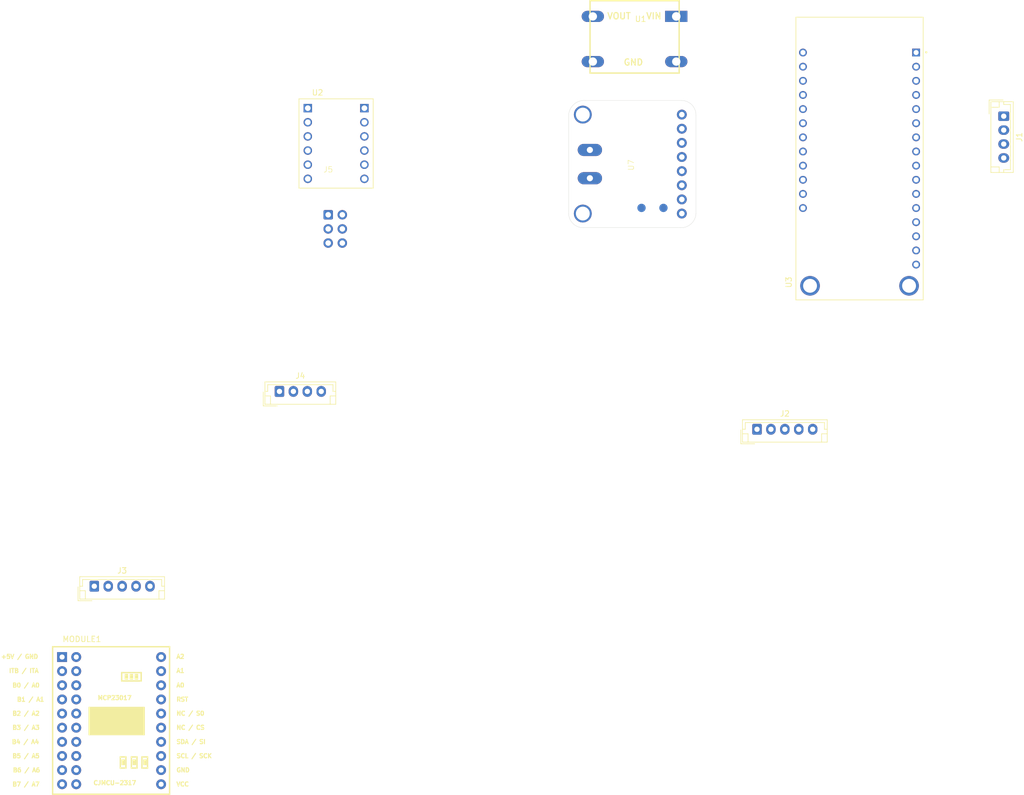
<source format=kicad_pcb>
(kicad_pcb (version 20241229) (generator "pcbnew") (generator_version "9.0")
  (layers (0 "F.Cu" signal) (2 "B.Cu" signal) (13 "F.Paste" user) (15 "B.Paste" user) (5 "F.SilkS" user "F.Silkscreen") (7 "B.SilkS" user "B.Silkscreen") (1 "F.Mask" user) (3 "B.Mask" user) (25 "Edge.Cuts" user))
  (net 0 "")
  (net 1 "+3.3V")
  (net 2 "GND")
  (net 3 "TRIG - D14")
  (net 4 "+12V")
  (net 6 "D13")
  (net 7 "SCL - GP22")
  (net 10 "Net-(MODULE1-B5)")
  (net 14 "Net-(MODULE1-B3)")
  (net 16 "Net-(MODULE1-B7)")
  (net 21 "Net-(MODULE1-B6)")
  (net 27 "Net-(MODULE1-B4)")
  (net 41 "ECHO - D15")
  (net 47 "Net-(J4-Pin_4)")
  (net 50 "SDA - GPI 23")
  (net 51 "Net-(J3-Pin_4)")
  (net 52 "Net-(Brd1-SCL)")
  (net 53 "Net-(Brd1-SDA)")
  (net 54 "+5V")
  (net 55 "Net-(U6-B+)")
  (net 57 "Net-(J4-Pin_2)")
  (net 58 "Net-(J4-Pin_3)")
  (net 59 "Net-(J4-Pin_1)")
  (net 60 "Net-(MODULE1-SCL{slash}SCK)")
  (net 61 "Net-(MODULE1-SDA{slash}SI)")
  (net 62 "Net-(J5-Pin_1)")
  (net 63 "L-EN")
  (net 64 "Net-(J5-Pin_3)")
  (net 65 "R-PWM")
  (net 66 "L-PWM")
  (net 67 "Net-(J5-Pin_4)")
  (net 68 "Net-(J5-Pin_2)")
  (net 69 "R-EN")
  (footprint "Connector_JST:JST_EH_B5B-EH-A_1x05_P2.50mm_Vertical" (layer "F.Cu") (at 112 141.7)
    (property "Reference" "J3" (at 5 -2.8 0) (layer "F.SilkS"))
    (property "Value" "Conn_01x05_Socket")
    (fp_line (start -2.91 0.11) (end -2.91 2.61) (stroke (width 0.12)) (layer "F.SilkS"))
    (fp_line (start -2.91 2.61) (end -0.41 2.61) (stroke (width 0.12)) (layer "F.SilkS"))
    (fp_line (start -2.61 -1.71) (end -2.61 2.31) (stroke (width 0.12)) (layer "F.SilkS"))
    (fp_line (start -2.61 0) (end -2.11 0) (stroke (width 0.12)) (layer "F.SilkS"))
    (fp_line (start -2.61 0.81) (end -1.61 0.81) (stroke (width 0.12)) (layer "F.SilkS"))
    (fp_line (start -2.61 2.31) (end 12.61 2.31) (stroke (width 0.12)) (layer "F.SilkS"))
    (fp_line (start -2.11 -1.21) (end 12.11 -1.21) (stroke (width 0.12)) (layer "F.SilkS"))
    (fp_line (start -2.11 0) (end -2.11 -1.21) (stroke (width 0.12)) (layer "F.SilkS"))
    (fp_line (start -1.61 0.81) (end -1.61 2.31) (stroke (width 0.12)) (layer "F.SilkS"))
    (fp_line (start 11.61 0.81) (end 11.61 2.31) (stroke (width 0.12)) (layer "F.SilkS"))
    (fp_line (start 12.11 -1.21) (end 12.11 0) (stroke (width 0.12)) (layer "F.SilkS"))
    (fp_line (start 12.11 0) (end 12.61 0) (stroke (width 0.12)) (layer "F.SilkS"))
    (fp_line (start 12.61 -1.71) (end -2.61 -1.71) (stroke (width 0.12)) (layer "F.SilkS"))
    (fp_line (start 12.61 0.81) (end 11.61 0.81) (stroke (width 0.12)) (layer "F.SilkS"))
    (fp_line (start 12.61 2.31) (end 12.61 -1.71) (stroke (width 0.12)) (layer "F.SilkS"))
    (pad "1" thru_hole roundrect (at 0 0) (size 1.7 1.95) (drill 0.95) (layers "*.Cu" "*.Mask") (roundrect_rratio 0.147059) (net 1 "+3.3V"))
    (pad "2" thru_hole oval (at 2.5 0) (size 1.7 1.95) (drill 0.95) (layers "*.Cu" "*.Mask") (net 53 "Net-(Brd1-SDA)"))
    (pad "3" thru_hole oval (at 5 0) (size 1.7 1.95) (drill 0.95) (layers "*.Cu" "*.Mask") (net 52 "Net-(Brd1-SCL)"))
    (pad "4" thru_hole oval (at 7.5 0) (size 1.7 1.95) (drill 0.95) (layers "*.Cu" "*.Mask") (net 51 "Net-(J3-Pin_4)"))
    (pad "5" thru_hole oval (at 10 0) (size 1.7 1.95) (drill 0.95) (layers "*.Cu" "*.Mask") (net 2 "GND"))
  )
  (footprint "CJMCU-2317 MCP23017 I2C SERIAL INTERFACE 16 BIT I:O EXPANDER SERIAL MODULE" (layer "F.Cu") (at 106.22 154.42)
    (property "Reference" "MODULE1" (at 0 -3.207 0) (layer "F.SilkS") (effects (justify left)))
    (property "Value" "CJMCU-2317_MCP23017")
    (fp_line (start -1.7 -1.85) (end 19.3 -1.85) (stroke (width 0.254)) (layer "F.SilkS"))
    (fp_line (start -1.7 24.65) (end -1.7 -1.85) (stroke (width 0.254)) (layer "F.SilkS"))
    (fp_line (start 10.46 17.95) (end 11.46 17.95) (stroke (width 0.254)) (layer "F.SilkS"))
    (fp_line (start 10.46 19.95) (end 10.46 17.95) (stroke (width 0.254)) (layer "F.SilkS"))
    (fp_line (start 10.7 2.8) (end 14.2 2.8) (stroke (width 0.254)) (layer "F.SilkS"))
    (fp_line (start 10.7 4.3) (end 10.7 2.8) (stroke (width 0.254)) (layer "F.SilkS"))
    (fp_line (start 11.46 17.95) (end 11.46 19.95) (stroke (width 0.254)) (layer "F.SilkS"))
    (fp_line (start 11.46 19.95) (end 10.46 19.95) (stroke (width 0.254)) (layer "F.SilkS"))
    (fp_line (start 12.45 17.95) (end 13.45 17.95) (stroke (width 0.254)) (layer "F.SilkS"))
    (fp_line (start 12.45 19.95) (end 12.45 17.95) (stroke (width 0.254)) (layer "F.SilkS"))
    (fp_line (start 13.45 17.95) (end 13.45 19.95) (stroke (width 0.254)) (layer "F.SilkS"))
    (fp_line (start 13.45 19.95) (end 12.45 19.95) (stroke (width 0.254)) (layer "F.SilkS"))
    (fp_line (start 14.2 2.8) (end 14.2 4.3) (stroke (width 0.254)) (layer "F.SilkS"))
    (fp_line (start 14.2 4.3) (end 10.7 4.3) (stroke (width 0.254)) (layer "F.SilkS"))
    (fp_line (start 14.34 17.95) (end 15.34 17.95) (stroke (width 0.254)) (layer "F.SilkS"))
    (fp_line (start 14.34 19.95) (end 14.34 17.95) (stroke (width 0.254)) (layer "F.SilkS"))
    (fp_line (start 15.34 17.95) (end 15.34 19.95) (stroke (width 0.254)) (layer "F.SilkS"))
    (fp_line (start 15.34 19.95) (end 14.34 19.95) (stroke (width 0.254)) (layer "F.SilkS"))
    (fp_line (start 19.3 -1.85) (end 19.3 24.65) (stroke (width 0.254)) (layer "F.SilkS"))
    (fp_line (start 19.3 24.65) (end -1.7 24.65) (stroke (width 0.254)) (layer "F.SilkS"))
    (fp_poly (pts (xy 4.8 9) (xy 14.8 9) (xy 14.8 14) (xy 4.8 14)) (stroke (width 0.12)) (fill yes) (layer "F.SilkS"))
    (fp_poly (pts (xy 10.73 18.46) (xy 11.23 18.46) (xy 11.23 19.36) (xy 10.73 19.36)) (stroke (width 0.12)) (fill yes) (layer "F.SilkS"))
    (fp_poly (pts (xy 11.3 3.1) (xy 11.8 3.1) (xy 11.8 4) (xy 11.3 4)) (stroke (width 0.12)) (fill yes) (layer "F.SilkS"))
    (fp_poly (pts (xy 12.2 3.1) (xy 12.7 3.1) (xy 12.7 4) (xy 12.2 4)) (stroke (width 0.12)) (fill yes) (layer "F.SilkS"))
    (fp_poly (pts (xy 12.73 18.46) (xy 13.23 18.46) (xy 13.23 19.36) (xy 12.73 19.36)) (stroke (width 0.12)) (fill yes) (layer "F.SilkS"))
    (fp_poly (pts (xy 13.1 3.1) (xy 13.6 3.1) (xy 13.6 4) (xy 13.1 4)) (stroke (width 0.12)) (fill yes) (layer "F.SilkS"))
    (fp_poly (pts (xy 14.63 18.46) (xy 15.13 18.46) (xy 15.13 19.36) (xy 14.63 19.36)) (stroke (width 0.12)) (fill yes) (layer "F.SilkS"))
    (fp_text user "B0 / A0" (at -9.022 5.082 0) (layer "F.SilkS") (effects (font (size 0.762 0.762) (thickness 0.203)) (justify left)))
    (fp_text user "ITB / ITA" (at -9.629 2.472 0) (layer "F.SilkS") (effects (font (size 0.762 0.762) (thickness 0.203)) (justify left)))
    (fp_text user "SCL / SCK" (at 20.432 17.772 0) (layer "F.SilkS") (effects (font (size 0.762 0.762) (thickness 0.203)) (justify left)))
    (fp_text user "B2 / A2" (at -9.02 10.142 0) (layer "F.SilkS") (effects (font (size 0.762 0.762) (thickness 0.203)) (justify left)))
    (fp_text user "B5 / A5" (at -9.02 17.782 0) (layer "F.SilkS") (effects (font (size 0.762 0.762) (thickness 0.203)) (justify left)))
    (fp_text user "GND" (at 20.43 20.312 0) (layer "F.SilkS") (effects (font (size 0.762 0.762) (thickness 0.203)) (justify left)))
    (fp_text user "A0" (at 20.43 5.072 0) (layer "F.SilkS") (effects (font (size 0.762 0.762) (thickness 0.203)) (justify left)))
    (fp_text user "SDA / SI" (at 20.43 15.232 0) (layer "F.SilkS") (effects (font (size 0.762 0.762) (thickness 0.203)) (justify left)))
    (fp_text user "A2" (at 20.43 -0.078 0) (layer "F.SilkS") (effects (font (size 0.762 0.762) (thickness 0.203)) (justify left)))
    (fp_text user "VCC" (at 20.432 22.852 0) (layer "F.SilkS") (effects (font (size 0.762 0.762) (thickness 0.203)) (justify left)))
    (fp_text user "RST" (at 20.432 7.612 0) (layer "F.SilkS") (effects (font (size 0.762 0.762) (thickness 0.203)) (justify left)))
    (fp_text user "A1" (at 20.432 2.462 0) (layer "F.SilkS") (effects (font (size 0.762 0.762) (thickness 0.203)) (justify left)))
    (fp_text user "B6 / A6" (at -8.928 20.322 0) (layer "F.SilkS") (effects (font (size 0.762 0.762) (thickness 0.203)) (justify left)))
    (fp_text user "B4 / A4" (at -9.114 15.242 0) (layer "F.SilkS") (effects (font (size 0.762 0.762) (thickness 0.203)) (justify left)))
    (fp_text user "+5V / GND" (at -11.063 -0.068 0) (layer "F.SilkS") (effects (font (size 0.762 0.762) (thickness 0.203)) (justify left)))
    (fp_text user "B7 / A7" (at -9.02 22.862 0) (layer "F.SilkS") (effects (font (size 0.762 0.762) (thickness 0.203)) (justify left)))
    (fp_text user "MCP23017" (at 6.3 7.332 0) (layer "F.SilkS") (effects (font (size 0.762 0.762) (thickness 0.203)) (justify left)))
    (fp_text user "B1 / A1" (at -8.189 7.622 0) (layer "F.SilkS") (effects (font (size 0.762 0.762) (thickness 0.203)) (justify left)))
    (fp_text user "NC / CS" (at 20.432 12.672 0) (layer "F.SilkS") (effects (font (size 0.762 0.762) (thickness 0.203)) (justify left)))
    (fp_text user "NC / S0" (at 20.43 10.132 0) (layer "F.SilkS") (effects (font (size 0.762 0.762) (thickness 0.203)) (justify left)))
    (fp_text user "B3 / A3" (at -9.02 12.682 0) (layer "F.SilkS") (effects (font (size 0.762 0.762) (thickness 0.203)) (justify left)))
    (fp_text user "CJMCU-2317" (at 5.53 22.612 0) (layer "F.SilkS") (effects (font (size 0.762 0.762) (thickness 0.203)) (justify left)))
    (pad "1" thru_hole rect (at 0 0) (size 1.778 1.778) (drill 0.914) (layers "*.Cu" "*.Mask") (net 2 "GND"))
    (pad "2" thru_hole circle (at 0 2.54) (size 1.778 1.778) (drill 0.914) (layers "*.Cu" "*.Mask"))
    (pad "3" thru_hole circle (at 0 5.08) (size 1.778 1.778) (drill 0.914) (layers "*.Cu" "*.Mask"))
    (pad "4" thru_hole circle (at 0 7.62) (size 1.778 1.778) (drill 0.914) (layers "*.Cu" "*.Mask"))
    (pad "5" thru_hole circle (at 0 10.16) (size 1.778 1.778) (drill 0.914) (layers "*.Cu" "*.Mask"))
    (pad "6" thru_hole circle (at 0 12.7) (size 1.778 1.778) (drill 0.914) (layers "*.Cu" "*.Mask"))
    (pad "7" thru_hole circle (at 0 15.24) (size 1.778 1.778) (drill 0.914) (layers "*.Cu" "*.Mask"))
    (pad "8" thru_hole circle (at 0 17.78) (size 1.778 1.778) (drill 0.914) (layers "*.Cu" "*.Mask"))
    (pad "9" thru_hole circle (at 0 20.32) (size 1.778 1.778) (drill 0.914) (layers "*.Cu" "*.Mask"))
    (pad "10" thru_hole circle (at 0 22.86) (size 1.778 1.778) (drill 0.914) (layers "*.Cu" "*.Mask"))
    (pad "11" thru_hole circle (at 2.54 0) (size 1.778 1.778) (drill 0.914) (layers "*.Cu" "*.Mask") (net 1 "+3.3V"))
    (pad "12" thru_hole circle (at 2.54 2.54) (size 1.778 1.778) (drill 0.914) (layers "*.Cu" "*.Mask") (net 51 "Net-(J3-Pin_4)"))
    (pad "13" thru_hole circle (at 2.54 5.08) (size 1.778 1.778) (drill 0.914) (layers "*.Cu" "*.Mask"))
    (pad "14" thru_hole circle (at 2.54 7.62) (size 1.778 1.778) (drill 0.914) (layers "*.Cu" "*.Mask"))
    (pad "15" thru_hole circle (at 2.54 10.16) (size 1.778 1.778) (drill 0.914) (layers "*.Cu" "*.Mask"))
    (pad "16" thru_hole circle (at 2.54 12.7) (size 1.778 1.778) (drill 0.914) (layers "*.Cu" "*.Mask") (net 14 "Net-(MODULE1-B3)"))
    (pad "17" thru_hole circle (at 2.54 15.24) (size 1.778 1.778) (drill 0.914) (layers "*.Cu" "*.Mask") (net 27 "Net-(MODULE1-B4)"))
    (pad "18" thru_hole circle (at 2.54 17.78) (size 1.778 1.778) (drill 0.914) (layers "*.Cu" "*.Mask") (net 10 "Net-(MODULE1-B5)"))
    (pad "19" thru_hole circle (at 2.54 20.32) (size 1.778 1.778) (drill 0.914) (layers "*.Cu" "*.Mask") (net 21 "Net-(MODULE1-B6)"))
    (pad "20" thru_hole circle (at 2.54 22.86) (size 1.778 1.778) (drill 0.914) (layers "*.Cu" "*.Mask") (net 16 "Net-(MODULE1-B7)"))
    (pad "21" thru_hole circle (at 17.78 22.86) (size 1.778 1.778) (drill 0.914) (layers "*.Cu" "*.Mask"))
    (pad "22" thru_hole circle (at 17.78 20.32) (size 1.778 1.778) (drill 0.914) (layers "*.Cu" "*.Mask"))
    (pad "23" thru_hole circle (at 17.78 17.78) (size 1.778 1.778) (drill 0.914) (layers "*.Cu" "*.Mask"))
    (pad "24" thru_hole circle (at 17.78 15.24) (size 1.778 1.778) (drill 0.914) (layers "*.Cu" "*.Mask"))
    (pad "25" thru_hole circle (at 17.78 12.7) (size 1.778 1.778) (drill 0.914) (layers "*.Cu" "*.Mask"))
    (pad "26" thru_hole circle (at 17.78 10.16) (size 1.778 1.778) (drill 0.914) (layers "*.Cu" "*.Mask"))
    (pad "27" thru_hole circle (at 17.78 7.62) (size 1.778 1.778) (drill 0.914) (layers "*.Cu" "*.Mask") (net 61 "Net-(MODULE1-SDA{slash}SI)"))
    (pad "28" thru_hole circle (at 17.78 5.08) (size 1.778 1.778) (drill 0.914) (layers "*.Cu" "*.Mask") (net 60 "Net-(MODULE1-SCL{slash}SCK)"))
    (pad "29" thru_hole circle (at 17.78 2.54) (size 1.778 1.778) (drill 0.914) (layers "*.Cu" "*.Mask") (net 2 "GND"))
    (pad "30" thru_hole circle (at 17.78 0) (size 1.778 1.778) (drill 0.914) (layers "*.Cu" "*.Mask") (net 1 "+3.3V"))
  )
  (footprint "Connector_JST:JST_EH_B4B-EH-A_1x04_P2.50mm_Vertical" (layer "F.Cu") (at 275.3 57.25 -90)
    (property "Reference" "J1" (at 3.75 -2.8 90) (layer "F.SilkS"))
    (property "Value" "Conn_01x04_Socket")
    (fp_line (start -2.91 2.61) (end -0.41 2.61) (stroke (width 0.12)) (layer "F.SilkS"))
    (fp_line (start -2.61 2.31) (end 10.11 2.31) (stroke (width 0.12)) (layer "F.SilkS"))
    (fp_line (start 10.11 2.31) (end 10.11 -1.71) (stroke (width 0.12)) (layer "F.SilkS"))
    (fp_line (start -2.61 0.81) (end -1.61 0.81) (stroke (width 0.12)) (layer "F.SilkS"))
    (fp_line (start -1.61 0.81) (end -1.61 2.31) (stroke (width 0.12)) (layer "F.SilkS"))
    (fp_line (start 9.11 0.81) (end 9.11 2.31) (stroke (width 0.12)) (layer "F.SilkS"))
    (fp_line (start 10.11 0.81) (end 9.11 0.81) (stroke (width 0.12)) (layer "F.SilkS"))
    (fp_line (start -2.91 0.11) (end -2.91 2.61) (stroke (width 0.12)) (layer "F.SilkS"))
    (fp_line (start -2.61 0) (end -2.11 0) (stroke (width 0.12)) (layer "F.SilkS"))
    (fp_line (start -2.11 0) (end -2.11 -1.21) (stroke (width 0.12)) (layer "F.SilkS"))
    (fp_line (start 9.61 0) (end 10.11 0) (stroke (width 0.12)) (layer "F.SilkS"))
    (fp_line (start -2.11 -1.21) (end 9.61 -1.21) (stroke (width 0.12)) (layer "F.SilkS"))
    (fp_line (start 9.61 -1.21) (end 9.61 0) (stroke (width 0.12)) (layer "F.SilkS"))
    (fp_line (start -2.61 -1.71) (end -2.61 2.31) (stroke (width 0.12)) (layer "F.SilkS"))
    (fp_line (start 10.11 -1.71) (end -2.61 -1.71) (stroke (width 0.12)) (layer "F.SilkS"))
    (pad "1" thru_hole roundrect (at 0 0 270) (size 1.7 1.95) (drill 0.95) (layers "*.Cu" "*.Mask") (roundrect_rratio 0.147059) (net 1 "+3.3V"))
    (pad "2" thru_hole oval (at 2.5 0 270) (size 1.7 1.95) (drill 0.95) (layers "*.Cu" "*.Mask") (net 3 "TRIG - D14"))
    (pad "3" thru_hole oval (at 5 0 270) (size 1.7 1.95) (drill 0.95) (layers "*.Cu" "*.Mask") (net 41 "ECHO - D15"))
    (pad "4" thru_hole oval (at 7.5 0 270) (size 1.7 1.95) (drill 0.95) (layers "*.Cu" "*.Mask") (net 2 "GND"))
  )
  (footprint "INA260:INA260" (layer "F.Cu") (at 196.9746 77.42 90)
    (property "Reference" "U7" (at 11.390326 11.420339 90) (layer "F.SilkS") (effects (font (thickness 0.1))))
    (property "Value" "INA260")
    (fp_line (start 20.3838 0.2054) (end 2.6292 0.2054) (stroke (width 0.05)) (layer "Edge.Cuts"))
    (fp_line (start 0.14 2.9232) (end 0.14 20.2714) (stroke (width 0.05)) (layer "Edge.Cuts"))
    (fp_line (start 23 20.5) (end 23 3.1772) (stroke (width 0.05)) (layer "Edge.Cuts"))
    (fp_line (start 2.68 23.0654) (end 20.3584 23.0654) (stroke (width 0.05)) (layer "Edge.Cuts"))
    (fp_arc (start 20.3838 0.2054) (mid 22.30738 1.149467) (end 23 3.1772) (stroke (width 0.05)) (layer "Edge.Cuts"))
    (fp_arc (start 0.14 2.9232) (mid 0.821725 1.04877) (end 2.6292 0.2054) (stroke (width 0.05)) (layer "Edge.Cuts"))
    (fp_arc (start 23 20.5) (mid 22.210512 22.329793) (end 20.3584 23.0654) (stroke (width 0.05)) (layer "Edge.Cuts"))
    (fp_arc (start 2.68 23.0654) (mid 0.831344 22.194451) (end 0.14 20.2714) (stroke (width 0.05)) (layer "Edge.Cuts"))
    (pad "1" thru_hole oval (at 9.03 4.0154 180) (size 4.3688 2.1844) (drill 1.1) (layers "*.Cu" "*.Mask") (net 4 "+12V"))
    (pad "1" thru_hole circle (at 17.92 20.5254 180) (size 1.778 1.778) (drill 1) (layers "*.Cu" "*.Mask") (net 4 "+12V"))
    (pad "6" thru_hole circle (at 5.22 20.5254 180) (size 1.778 1.778) (drill 1) (layers "*.Cu" "*.Mask") (net 2 "GND"))
    (pad "7" thru_hole circle (at 12.84 20.5254 180) (size 1.778 1.778) (drill 1) (layers "*.Cu" "*.Mask"))
    (pad "8" thru_hole circle (at 10.3 20.5254 180) (size 1.778 1.778) (drill 1) (layers "*.Cu" "*.Mask") (net 50 "SDA - GPI 23"))
    (pad "9" thru_hole circle (at 7.76 20.5254 180) (size 1.778 1.778) (drill 1) (layers "*.Cu" "*.Mask") (net 7 "SCL - GP22"))
    (pad "10" thru_hole circle (at 2.68 20.5254 180) (size 1.778 1.778) (drill 1) (layers "*.Cu" "*.Mask") (net 1 "+3.3V"))
    (pad "12" thru_hole circle (at 15.38 20.5254 180) (size 1.778 1.778) (drill 1) (layers "*.Cu" "*.Mask"))
    (pad "14" thru_hole oval (at 14.11 4.0154 180) (size 4.3688 2.1844) (drill 1.1) (layers "*.Cu" "*.Mask") (net 55 "Net-(U6-B+)"))
    (pad "14" thru_hole circle (at 20.46 20.5254 180) (size 1.778 1.778) (drill 1) (layers "*.Cu" "*.Mask") (net 55 "Net-(U6-B+)"))
    (pad "P$1" thru_hole circle (at 2.68 2.7454 90) (size 3.2 3.2) (drill 2.5) (layers "*.Cu" "*.Mask"))
    (pad "P$1" smd roundrect (at 3.696 13.2864 270) (size 1.5 1.5) (layers "B.Cu" "B.Mask") (roundrect_rratio 0.5))
    (pad "P$1" smd roundrect (at 3.696 17.2234 270) (size 1.5 1.5) (layers "B.Cu" "B.Mask") (roundrect_rratio 0.5))
    (pad "P$1" thru_hole circle (at 20.46 2.7454 90) (size 3.2 3.2) (drill 2.5) (layers "*.Cu" "*.Mask"))
  )
  (footprint "BOB-12009:CONV_BOB-12009" (layer "F.Cu") (at 155.42 62.15)
    (property "Reference" "U2" (at -3.325 -9.135 0) (layer "F.SilkS"))
    (property "Value" "BOB-12009")
    (fp_line (start -6.665 -8.025) (end 6.665 -8.025) (stroke (width 0.127)) (layer "F.SilkS"))
    (fp_line (start -6.665 8.025) (end -6.665 -8.025) (stroke (width 0.127)) (layer "F.SilkS"))
    (fp_line (start 6.665 -8.025) (end 6.665 8.025) (stroke (width 0.127)) (layer "F.SilkS"))
    (fp_line (start 6.665 8.025) (end -6.665 8.025) (stroke (width 0.127)) (layer "F.SilkS"))
    (pad "GND_1" thru_hole circle (at 5.08 1.27) (size 1.524 1.524) (drill 1.016) (layers "*.Cu" "*.Mask") (net 2 "GND"))
    (pad "GND_2" thru_hole circle (at -5.08 1.27) (size 1.524 1.524) (drill 1.016) (layers "*.Cu" "*.Mask") (net 2 "GND"))
    (pad "HV" thru_hole circle (at 5.08 -1.27) (size 1.524 1.524) (drill 1.016) (layers "*.Cu" "*.Mask") (net 54 "+5V"))
    (pad "HV1" thru_hole rect (at 5.08 -6.35) (size 1.524 1.524) (drill 1.016) (layers "*.Cu" "*.Mask") (net 67 "Net-(J5-Pin_4)"))
    (pad "HV2" thru_hole circle (at 5.08 -3.81) (size 1.524 1.524) (drill 1.016) (layers "*.Cu" "*.Mask") (net 68 "Net-(J5-Pin_2)"))
    (pad "HV3" thru_hole circle (at 5.08 3.81) (size 1.524 1.524) (drill 1.016) (layers "*.Cu" "*.Mask") (net 64 "Net-(J5-Pin_3)"))
    (pad "HV4" thru_hole circle (at 5.08 6.35) (size 1.524 1.524) (drill 1.016) (layers "*.Cu" "*.Mask") (net 62 "Net-(J5-Pin_1)"))
    (pad "LV" thru_hole circle (at -5.08 -1.27) (size 1.524 1.524) (drill 1.016) (layers "*.Cu" "*.Mask") (net 1 "+3.3V"))
    (pad "LV1" thru_hole rect (at -5.08 -6.35) (size 1.524 1.524) (drill 1.016) (layers "*.Cu" "*.Mask") (net 63 "L-EN"))
    (pad "LV2" thru_hole circle (at -5.08 -3.81) (size 1.524 1.524) (drill 1.016) (layers "*.Cu" "*.Mask") (net 66 "L-PWM"))
    (pad "LV3" thru_hole circle (at -5.08 3.81) (size 1.524 1.524) (drill 1.016) (layers "*.Cu" "*.Mask") (net 69 "R-EN"))
    (pad "LV4" thru_hole circle (at -5.08 6.35) (size 1.524 1.524) (drill 1.016) (layers "*.Cu" "*.Mask") (net 65 "R-PWM"))
  )
  (footprint "Connecteur_Moteur:Connecteur_Moteur" (layer "F.Cu") (at 154 67.34)
    (property "Reference" "J5" (at 0 -0.5 0) (layer "F.SilkS") (effects (font (thickness 0.1))))
    (property "Value" "Conn_02x03_Odd_Even")
    (pad "1" thru_hole circle (at 2.54 12.7) (size 1.7 1.7) (drill 1) (layers "*.Cu" "*.Mask") (net 62 "Net-(J5-Pin_1)"))
    (pad "2" thru_hole circle (at 0 12.7) (size 1.7 1.7) (drill 1) (layers "*.Cu" "*.Mask") (net 68 "Net-(J5-Pin_2)"))
    (pad "3" thru_hole circle (at 2.54 10.16) (size 1.7 1.7) (drill 1) (layers "*.Cu" "*.Mask") (net 64 "Net-(J5-Pin_3)"))
    (pad "4" thru_hole circle (at 0 10.16) (size 1.7 1.7) (drill 1) (layers "*.Cu" "*.Mask") (net 67 "Net-(J5-Pin_4)"))
    (pad "5" thru_hole circle (at 2.54 7.62) (size 1.7 1.7) (drill 1) (layers "*.Cu" "*.Mask") (net 54 "+5V"))
    (pad "6" thru_hole roundrect (at 0 7.62) (size 1.7 1.7) (drill 1) (layers "*.Cu" "*.Mask") (roundrect_rratio 0.147059) (net 2 "GND"))
  )
  (footprint "EY9:S09-EY9-DC-DC" (layer "F.Cu") (at 209 43)
    (property "Reference" "U1" (at 0 -3.207 0) (layer "F.SilkS") (effects (justify left)))
    (property "Value" "S09-EY9-DC-DC")
    (fp_line (start -7.98 -6.503) (end 8.02 -6.503) (stroke (width 0.254)) (layer "F.SilkS"))
    (fp_line (start -7.98 6.497) (end -7.98 -6.503) (stroke (width 0.254)) (layer "F.SilkS"))
    (fp_line (start 8.02 -6.503) (end 8.02 6.497) (stroke (width 0.254)) (layer "F.SilkS"))
    (fp_line (start 8.02 6.497) (end -7.98 6.497) (stroke (width 0.254)) (layer "F.SilkS"))
    (fp_text user "GND" (at -2.047 4.558 0) (layer "F.SilkS") (effects (font (size 1.125 1.125) (thickness 0.203)) (justify left)))
    (fp_text user "VIN" (at 2 -3.75 0) (layer "F.SilkS") (effects (font (size 1.125 1.125) (thickness 0.203)) (justify left)))
    (fp_text user "VOUT" (at -5 -3.75 0) (layer "F.SilkS") (effects (font (size 1.125 1.125) (thickness 0.203)) (justify left)))
    (pad "1" thru_hole rect (at 7.5 -3.683 180) (size 4 2) (drill 1.54) (layers "*.Cu" "F.Mask" "F.Paste") (net 4 "+12V"))
    (pad "2" thru_hole oval (at 7.5 4.437 180) (size 4 2) (drill 1.5) (layers "*.Cu" "F.Mask" "F.Paste") (net 2 "GND"))
    (pad "3" thru_hole oval (at -7.48 -3.683 180) (size 4 2) (drill 1.5) (layers "*.Cu" "F.Mask" "F.Paste") (net 54 "+5V"))
    (pad "4" thru_hole oval (at -7.48 4.437 180) (size 4 2) (drill 1.5) (layers "*.Cu" "F.Mask" "F.Paste") (net 2 "GND"))
  )
  (footprint "Connector_JST:JST_EH_B4B-EH-A_1x04_P2.50mm_Vertical" (layer "F.Cu") (at 145.25 106.7)
    (property "Reference" "J4" (at 3.75 -2.8 0) (layer "F.SilkS"))
    (property "Value" "Conn_01x04_Socket")
    (fp_line (start -2.91 0.11) (end -2.91 2.61) (stroke (width 0.12)) (layer "F.SilkS"))
    (fp_line (start -2.91 2.61) (end -0.41 2.61) (stroke (width 0.12)) (layer "F.SilkS"))
    (fp_line (start -2.61 -1.71) (end -2.61 2.31) (stroke (width 0.12)) (layer "F.SilkS"))
    (fp_line (start -2.61 0) (end -2.11 0) (stroke (width 0.12)) (layer "F.SilkS"))
    (fp_line (start -2.61 0.81) (end -1.61 0.81) (stroke (width 0.12)) (layer "F.SilkS"))
    (fp_line (start -2.61 2.31) (end 10.11 2.31) (stroke (width 0.12)) (layer "F.SilkS"))
    (fp_line (start -2.11 -1.21) (end 9.61 -1.21) (stroke (width 0.12)) (layer "F.SilkS"))
    (fp_line (start -2.11 0) (end -2.11 -1.21) (stroke (width 0.12)) (layer "F.SilkS"))
    (fp_line (start -1.61 0.81) (end -1.61 2.31) (stroke (width 0.12)) (layer "F.SilkS"))
    (fp_line (start 9.11 0.81) (end 9.11 2.31) (stroke (width 0.12)) (layer "F.SilkS"))
    (fp_line (start 9.61 -1.21) (end 9.61 0) (stroke (width 0.12)) (layer "F.SilkS"))
    (fp_line (start 9.61 0) (end 10.11 0) (stroke (width 0.12)) (layer "F.SilkS"))
    (fp_line (start 10.11 -1.71) (end -2.61 -1.71) (stroke (width 0.12)) (layer "F.SilkS"))
    (fp_line (start 10.11 0.81) (end 9.11 0.81) (stroke (width 0.12)) (layer "F.SilkS"))
    (fp_line (start 10.11 2.31) (end 10.11 -1.71) (stroke (width 0.12)) (layer "F.SilkS"))
    (pad "1" thru_hole roundrect (at 0 0) (size 1.7 1.95) (drill 0.95) (layers "*.Cu" "*.Mask") (roundrect_rratio 0.147059) (net 59 "Net-(J4-Pin_1)"))
    (pad "2" thru_hole oval (at 2.5 0) (size 1.7 1.95) (drill 0.95) (layers "*.Cu" "*.Mask") (net 57 "Net-(J4-Pin_2)"))
    (pad "3" thru_hole oval (at 5 0) (size 1.7 1.95) (drill 0.95) (layers "*.Cu" "*.Mask") (net 58 "Net-(J4-Pin_3)"))
    (pad "4" thru_hole oval (at 7.5 0) (size 1.7 1.95) (drill 0.95) (layers "*.Cu" "*.Mask") (net 47 "Net-(J4-Pin_4)"))
  )
  (footprint "Connector_JST:JST_EH_B5B-EH-A_1x05_P2.50mm_Vertical" (layer "F.Cu") (at 231 113.5)
    (property "Reference" "J2" (at 5 -2.8 0) (layer "F.SilkS"))
    (property "Value" "Conn_01x05_Socket")
    (fp_line (start -2.91 0.11) (end -2.91 2.61) (stroke (width 0.12)) (layer "F.SilkS"))
    (fp_line (start -2.91 2.61) (end -0.41 2.61) (stroke (width 0.12)) (layer "F.SilkS"))
    (fp_line (start -2.61 -1.71) (end -2.61 2.31) (stroke (width 0.12)) (layer "F.SilkS"))
    (fp_line (start -2.61 0) (end -2.11 0) (stroke (width 0.12)) (layer "F.SilkS"))
    (fp_line (start -2.61 0.81) (end -1.61 0.81) (stroke (width 0.12)) (layer "F.SilkS"))
    (fp_line (start -2.61 2.31) (end 12.61 2.31) (stroke (width 0.12)) (layer "F.SilkS"))
    (fp_line (start -2.11 -1.21) (end 12.11 -1.21) (stroke (width 0.12)) (layer "F.SilkS"))
    (fp_line (start -2.11 0) (end -2.11 -1.21) (stroke (width 0.12)) (layer "F.SilkS"))
    (fp_line (start -1.61 0.81) (end -1.61 2.31) (stroke (width 0.12)) (layer "F.SilkS"))
    (fp_line (start 11.61 0.81) (end 11.61 2.31) (stroke (width 0.12)) (layer "F.SilkS"))
    (fp_line (start 12.11 -1.21) (end 12.11 0) (stroke (width 0.12)) (layer "F.SilkS"))
    (fp_line (start 12.11 0) (end 12.61 0) (stroke (width 0.12)) (layer "F.SilkS"))
    (fp_line (start 12.61 -1.71) (end -2.61 -1.71) (stroke (width 0.12)) (layer "F.SilkS"))
    (fp_line (start 12.61 0.81) (end 11.61 0.81) (stroke (width 0.12)) (layer "F.SilkS"))
    (fp_line (start 12.61 2.31) (end 12.61 -1.71) (stroke (width 0.12)) (layer "F.SilkS"))
    (pad "1" thru_hole roundrect (at 0 0) (size 1.7 1.95) (drill 0.95) (layers "*.Cu" "*.Mask") (roundrect_rratio 0.147059) (net 1 "+3.3V"))
    (pad "2" thru_hole oval (at 2.5 0) (size 1.7 1.95) (drill 0.95) (layers "*.Cu" "*.Mask") (net 50 "SDA - GPI 23"))
    (pad "3" thru_hole oval (at 5 0) (size 1.7 1.95) (drill 0.95) (layers "*.Cu" "*.Mask") (net 7 "SCL - GP22"))
    (pad "4" thru_hole oval (at 7.5 0) (size 1.7 1.95) (drill 0.95) (layers "*.Cu" "*.Mask"))
    (pad "5" thru_hole oval (at 10 0) (size 1.7 1.95) (drill 0.95) (layers "*.Cu" "*.Mask") (net 2 "GND"))
  )
  (footprint "Adafruit ESP32-s3:MODULE_3405" (layer "F.Cu") (at 249.4115 64.86 90)
    (property "Reference" "U3" (at -22.225 -12.705 90) (layer "F.SilkS"))
    (property "Value" "ADAFRUIT-ESP32-S3")
    (fp_line (start 25.4 -11.43) (end 25.4 11.43) (stroke (width 0.127)) (layer "F.SilkS"))
    (fp_line (start -25.4 -11.43) (end 25.4 -11.43) (stroke (width 0.127)) (layer "F.SilkS"))
    (fp_line (start 25.4 11.43) (end -25.4 11.43) (stroke (width 0.127)) (layer "F.SilkS"))
    (fp_line (start -25.4 11.43) (end -25.4 -11.43) (stroke (width 0.127)) (layer "F.SilkS"))
    (fp_circle (center 19.1 11.98) (end 19.2 11.98) (stroke (width 0.2)) (fill no) (layer "F.SilkS"))
    (pad "" np_thru_hole circle (at 22.86 -9.525 90) (size 2.2 2.2) (drill 2.2) (layers "*.Cu" "*.Mask"))
    (pad "" np_thru_hole circle (at 22.86 9.5885 90) (size 2.2 2.2) (drill 2.2) (layers "*.Cu" "*.Mask"))
    (pad "1" thru_hole rect (at 19.05 10.16 90) (size 1.408 1.408) (drill 0.9) (layers "*.Cu" "*.Mask"))
    (pad "2" thru_hole circle (at 16.51 10.16 90) (size 1.408 1.408) (drill 0.9) (layers "*.Cu" "*.Mask"))
    (pad "3" thru_hole circle (at 13.97 10.16 90) (size 1.408 1.408) (drill 0.9) (layers "*.Cu" "*.Mask"))
    (pad "4" thru_hole circle (at 11.43 10.16 90) (size 1.408 1.408) (drill 0.9) (layers "*.Cu" "*.Mask"))
    (pad "5" thru_hole circle (at 8.89 10.16 90) (size 1.408 1.408) (drill 0.9) (layers "*.Cu" "*.Mask"))
    (pad "6" thru_hole circle (at 6.35 10.16 90) (size 1.408 1.408) (drill 0.9) (layers "*.Cu" "*.Mask"))
    (pad "7" thru_hole circle (at 3.81 10.16 90) (size 1.408 1.408) (drill 0.9) (layers "*.Cu" "*.Mask"))
    (pad "8" thru_hole circle (at 1.27 10.16 90) (size 1.408 1.408) (drill 0.9) (layers "*.Cu" "*.Mask"))
    (pad "9" thru_hole circle (at -1.27 10.16 90) (size 1.408 1.408) (drill 0.9) (layers "*.Cu" "*.Mask"))
    (pad "10" thru_hole circle (at -3.81 10.16 90) (size 1.408 1.408) (drill 0.9) (layers "*.Cu" "*.Mask"))
    (pad "11" thru_hole circle (at -6.35 10.16 90) (size 1.408 1.408) (drill 0.9) (layers "*.Cu" "*.Mask"))
    (pad "12" thru_hole circle (at -8.89 10.16 90) (size 1.408 1.408) (drill 0.9) (layers "*.Cu" "*.Mask"))
    (pad "13" thru_hole circle (at -11.43 10.16 90) (size 1.408 1.408) (drill 0.9) (layers "*.Cu" "*.Mask") (net 2 "GND"))
    (pad "14" thru_hole circle (at -13.97 10.16 90) (size 1.408 1.408) (drill 0.9) (layers "*.Cu" "*.Mask"))
    (pad "15" thru_hole circle (at -16.51 10.16 90) (size 1.408 1.408) (drill 0.9) (layers "*.Cu" "*.Mask") (net 1 "+3.3V"))
    (pad "16" thru_hole circle (at -19.05 10.16 90) (size 1.408 1.408) (drill 0.9) (layers "*.Cu" "*.Mask"))
    (pad "17" thru_hole circle (at -8.89 -10.16 90) (size 1.408 1.408) (drill 0.9) (layers "*.Cu" "*.Mask"))
    (pad "18" thru_hole circle (at -6.35 -10.16 90) (size 1.408 1.408) (drill 0.9) (layers "*.Cu" "*.Mask"))
    (pad "19" thru_hole circle (at -3.81 -10.16 90) (size 1.408 1.408) (drill 0.9) (layers "*.Cu" "*.Mask") (net 54 "+5V"))
    (pad "20" thru_hole circle (at -1.27 -10.16 90) (size 1.408 1.408) (drill 0.9) (layers "*.Cu" "*.Mask") (net 6 "D13"))
    (pad "21" thru_hole circle (at 1.27 -10.16 90) (size 1.408 1.408) (drill 0.9) (layers "*.Cu" "*.Mask") (net 65 "R-PWM"))
    (pad "22" thru_hole circle (at 3.81 -10.16 90) (size 1.408 1.408) (drill 0.9) (layers "*.Cu" "*.Mask") (net 69 "R-EN"))
    (pad "23" thru_hole circle (at 6.35 -10.16 90) (size 1.408 1.408) (drill 0.9) (layers "*.Cu" "*.Mask") (net 66 "L-PWM"))
    (pad "24" thru_hole circle (at 8.89 -10.16 90) (size 1.408 1.408) (drill 0.9) (layers "*.Cu" "*.Mask") (net 41 "ECHO - D15"))
    (pad "25" thru_hole circle (at 11.43 -10.16 90) (size 1.408 1.408) (drill 0.9) (layers "*.Cu" "*.Mask") (net 63 "L-EN"))
    (pad "26" thru_hole circle (at 13.97 -10.16 90) (size 1.408 1.408) (drill 0.9) (layers "*.Cu" "*.Mask") (net 3 "TRIG - D14"))
    (pad "27" thru_hole circle (at 16.51 -10.16 90) (size 1.408 1.408) (drill 0.9) (layers "*.Cu" "*.Mask") (net 7 "SCL - GP22"))
    (pad "28" thru_hole circle (at 19.05 -10.16 90) (size 1.408 1.408) (drill 0.9) (layers "*.Cu" "*.Mask") (net 50 "SDA - GPI 23"))
    (pad "P1" thru_hole circle (at -22.86 8.89 90) (size 3.516 3.516) (drill 2.5) (layers "*.Cu" "*.Mask"))
    (pad "P2" thru_hole circle (at -22.86 -8.89 90) (size 3.516 3.516) (drill 2.5) (layers "*.Cu" "*.Mask"))
  )
)
</source>
